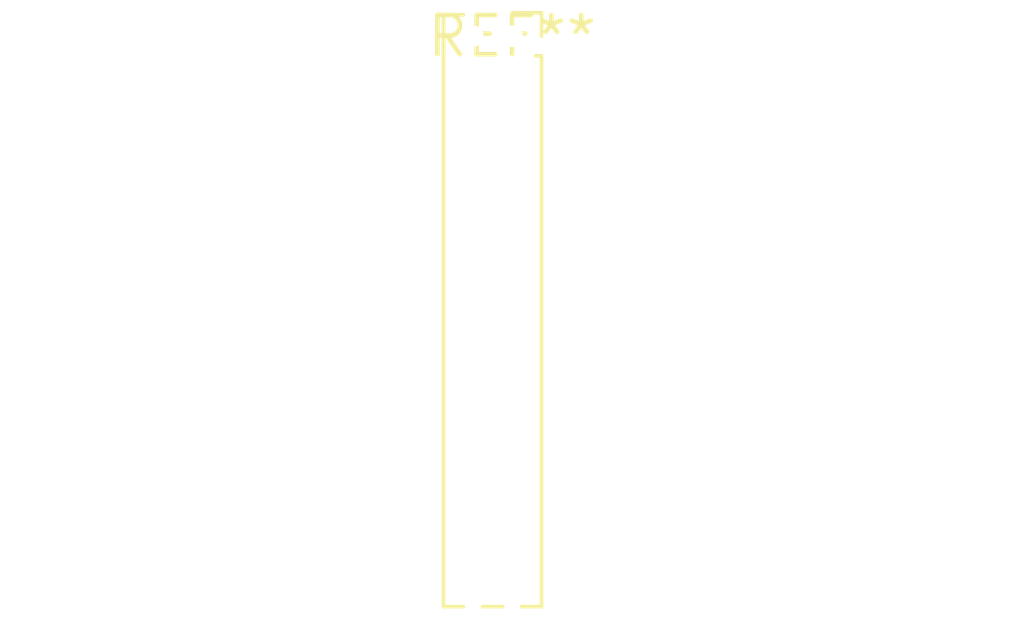
<source format=kicad_pcb>
(kicad_pcb (version 20240108) (generator pcbnew)
  (layers (0 "F.Cu" signal) (31 "B.Cu" signal) (34 "B.Paste" user) (35 "F.Paste" user) (36 "B.SilkS" user "B.Silkscreen") (37 "F.SilkS" user "F.Silkscreen") (38 "B.Mask" user) (39 "F.Mask" user) (44 "Edge.Cuts" user))
  (net 0 "")
  (footprint "PinSocket_2x15_P1.27mm_Vertical" (layer "F.Cu") (at 0 0)
    (property "Reference" "REF**")
    (property "Value" "PinSocket_2x15_P1.27mm_Vertical")
    (fp_line (start -2.22 -0.695) (end -2.22 18.475) (layer "F.SilkS") (stroke (width 0.12)))
    (fp_line (start -2.22 -0.695) (end -1.57753 -0.695) (layer "F.SilkS") (stroke (width 0.12)))
    (fp_line (start -2.22 18.475) (end -1.57753 18.475) (layer "F.SilkS") (stroke (width 0.12)))
    (fp_line (start -0.96247 -0.695) (end -0.76 -0.695) (layer "F.SilkS") (stroke (width 0.12)))
    (fp_line (start -0.96247 18.475) (end -0.30753 18.475) (layer "F.SilkS") (stroke (width 0.12)))
    (fp_line (start 0 -0.76) (end 0.95 -0.76) (layer "F.SilkS") (stroke (width 0.12)))
    (fp_line (start 0.30753 18.475) (end 0.95 18.475) (layer "F.SilkS") (stroke (width 0.12)))
    (fp_line (start 0.76 0.635) (end 0.95 0.635) (layer "F.SilkS") (stroke (width 0.12)))
    (fp_line (start 0.95 -0.76) (end 0.95 0) (layer "F.SilkS") (stroke (width 0.12)))
    (fp_line (start 0.95 0.635) (end 0.95 18.475) (layer "F.SilkS") (stroke (width 0.12)))
    (pad "1" thru_hole rect (at 0 0) (size 1 1) (drill 0.7) (layers *.Cu *.Mask) (remove_unused_layers))
    (pad "2" thru_hole oval (at -1.27 0) (size 1 1) (drill 0.7) (layers *.Cu *.Mask) (remove_unused_layers))
    (pad "3" thru_hole oval (at 0 1.27) (size 1 1) (drill 0.7) (layers *.Cu *.Mask) (remove_unused_layers))
    (pad "4" thru_hole oval (at -1.27 1.27) (size 1 1) (drill 0.7) (layers *.Cu *.Mask) (remove_unused_layers))
    (pad "5" thru_hole oval (at 0 2.54) (size 1 1) (drill 0.7) (layers *.Cu *.Mask) (remove_unused_layers))
    (pad "6" thru_hole oval (at -1.27 2.54) (size 1 1) (drill 0.7) (layers *.Cu *.Mask) (remove_unused_layers))
    (pad "7" thru_hole oval (at 0 3.81) (size 1 1) (drill 0.7) (layers *.Cu *.Mask) (remove_unused_layers))
    (pad "8" thru_hole oval (at -1.27 3.81) (size 1 1) (drill 0.7) (layers *.Cu *.Mask) (remove_unused_layers))
    (pad "9" thru_hole oval (at 0 5.08) (size 1 1) (drill 0.7) (layers *.Cu *.Mask) (remove_unused_layers))
    (pad "10" thru_hole oval (at -1.27 5.08) (size 1 1) (drill 0.7) (layers *.Cu *.Mask) (remove_unused_layers))
    (pad "11" thru_hole oval (at 0 6.35) (size 1 1) (drill 0.7) (layers *.Cu *.Mask) (remove_unused_layers))
    (pad "12" thru_hole oval (at -1.27 6.35) (size 1 1) (drill 0.7) (layers *.Cu *.Mask) (remove_unused_layers))
    (pad "13" thru_hole oval (at 0 7.62) (size 1 1) (drill 0.7) (layers *.Cu *.Mask) (remove_unused_layers))
    (pad "14" thru_hole oval (at -1.27 7.62) (size 1 1) (drill 0.7) (layers *.Cu *.Mask) (remove_unused_layers))
    (pad "15" thru_hole oval (at 0 8.89) (size 1 1) (drill 0.7) (layers *.Cu *.Mask) (remove_unused_layers))
    (pad "16" thru_hole oval (at -1.27 8.89) (size 1 1) (drill 0.7) (layers *.Cu *.Mask) (remove_unused_layers))
    (pad "17" thru_hole oval (at 0 10.16) (size 1 1) (drill 0.7) (layers *.Cu *.Mask) (remove_unused_layers))
    (pad "18" thru_hole oval (at -1.27 10.16) (size 1 1) (drill 0.7) (layers *.Cu *.Mask) (remove_unused_layers))
    (pad "19" thru_hole oval (at 0 11.43) (size 1 1) (drill 0.7) (layers *.Cu *.Mask) (remove_unused_layers))
    (pad "20" thru_hole oval (at -1.27 11.43) (size 1 1) (drill 0.7) (layers *.Cu *.Mask) (remove_unused_layers))
    (pad "21" thru_hole oval (at 0 12.7) (size 1 1) (drill 0.7) (layers *.Cu *.Mask) (remove_unused_layers))
    (pad "22" thru_hole oval (at -1.27 12.7) (size 1 1) (drill 0.7) (layers *.Cu *.Mask) (remove_unused_layers))
    (pad "23" thru_hole oval (at 0 13.97) (size 1 1) (drill 0.7) (layers *.Cu *.Mask) (remove_unused_layers))
    (pad "24" thru_hole oval (at -1.27 13.97) (size 1 1) (drill 0.7) (layers *.Cu *.Mask) (remove_unused_layers))
    (pad "25" thru_hole oval (at 0 15.24) (size 1 1) (drill 0.7) (layers *.Cu *.Mask) (remove_unused_layers))
    (pad "26" thru_hole oval (at -1.27 15.24) (size 1 1) (drill 0.7) (layers *.Cu *.Mask) (remove_unused_layers))
    (pad "27" thru_hole oval (at 0 16.51) (size 1 1) (drill 0.7) (layers *.Cu *.Mask) (remove_unused_layers))
    (pad "28" thru_hole oval (at -1.27 16.51) (size 1 1) (drill 0.7) (layers *.Cu *.Mask) (remove_unused_layers))
    (pad "29" thru_hole oval (at 0 17.78) (size 1 1) (drill 0.7) (layers *.Cu *.Mask) (remove_unused_layers))
    (pad "30" thru_hole oval (at -1.27 17.78) (size 1 1) (drill 0.7) (layers *.Cu *.Mask) (remove_unused_layers))
  )
)
</source>
